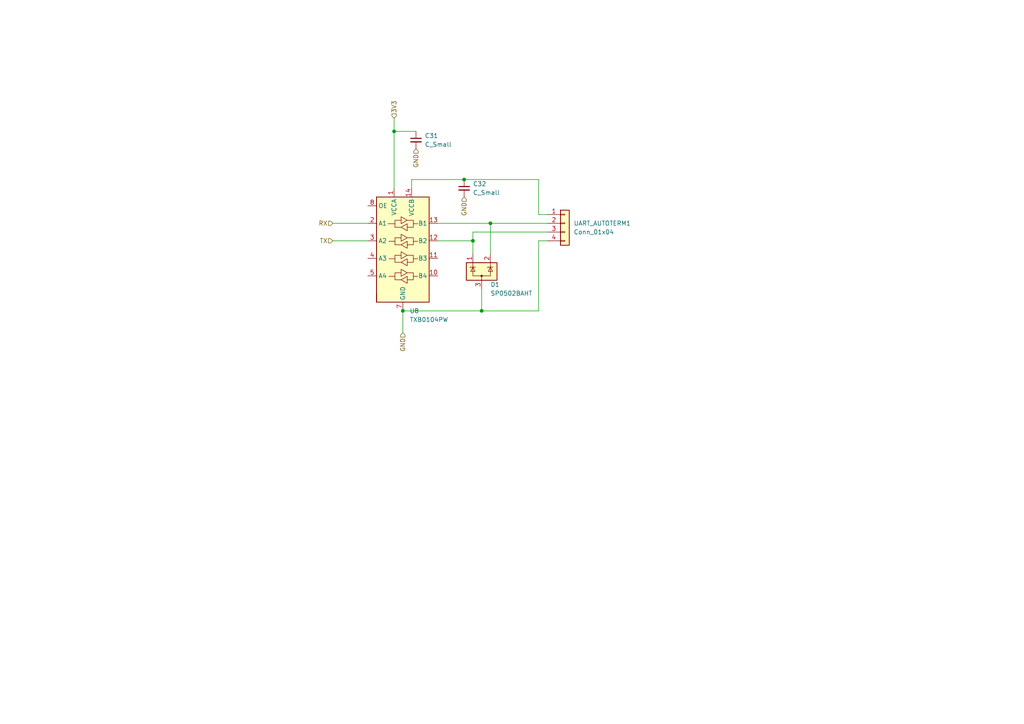
<source format=kicad_sch>
(kicad_sch (version 20230121) (generator eeschema)
  (paper "A4")
  (lib_symbols
    (symbol "Connector_Generic:Conn_01x04" (pin_names (offset 1.016) hide)
      (property "Reference" "J" (at 0 5.08 0))
      (property "Value" "Conn_01x04" (at 0 -7.62 0))
      (symbol "Conn_01x04_1_1"
        (rectangle (start -1.27 -4.953) (end 0 -5.207) (stroke (width 0.1524)))
        (rectangle (start -1.27 -2.413) (end 0 -2.667) (stroke (width 0.1524)))
        (rectangle (start -1.27 0.127) (end 0 -0.127) (stroke (width 0.1524)))
        (rectangle (start -1.27 2.667) (end 0 2.413) (stroke (width 0.1524)))
        (rectangle (start -1.27 3.81) (end 1.27 -6.35) (stroke (width 0.254)) (fill (type background)))
        (pin passive line (at -5.08 2.54 0) (length 3.81) (name "Pin_1") (number "1"))
        (pin passive line (at -5.08 0 0) (length 3.81) (name "Pin_2") (number "2"))
        (pin passive line (at -5.08 -2.54 0) (length 3.81) (name "Pin_3") (number "3"))
        (pin passive line (at -5.08 -5.08 0) (length 3.81) (name "Pin_4") (number "4"))
      )
    )
    (symbol "Device:C_Small" (pin_numbers hide) (pin_names (offset 0.254) hide)
      (property "Reference" "C" (at 0.254 1.778 0))
      (property "Value" "C_Small" (at 0.254 -2.032 0))
      (symbol "C_Small_0_1"
        (polyline (pts (xy -1.524 -0.508) (xy 1.524 -0.508)) (stroke (width 0.3302)))
        (polyline (pts (xy -1.524 0.508) (xy 1.524 0.508)) (stroke (width 0.3048)))
      )
      (symbol "C_Small_1_1"
        (pin passive line (at 0 2.54 270) (length 2.032) (name "~") (number "1"))
        (pin passive line (at 0 -2.54 90) (length 2.032) (name "~") (number "2"))
      )
    )
    (symbol "Logic_LevelTranslator:TXB0104PW"
      (property "Reference" "U" (at -6.35 16.51 0))
      (property "Value" "TXB0104PW" (at 3.81 16.51 0))
      (symbol "TXB0104PW_0_1"
        (rectangle (start -7.62 -15.24) (end -7.62 -12.7) (stroke (width 0.254)))
        (rectangle (start -7.62 15.24) (end 7.62 -15.24) (stroke (width 0.254)) (fill (type background)))
        (polyline (pts (xy -2.286 -7.747) (xy -2.286 -6.731) (xy -0.508 -6.731)))
        (polyline (pts (xy -2.286 -2.667) (xy -2.286 -1.651) (xy -0.508 -1.651)))
        (polyline (pts (xy -2.286 2.413) (xy -2.286 3.429) (xy -0.508 3.429)))
        (polyline (pts (xy -2.286 7.493) (xy -2.286 8.509) (xy -0.508 8.509)))
        (polyline (pts (xy 3.048 -7.747) (xy 3.048 -8.763) (xy 1.27 -8.763)))
        (polyline (pts (xy 3.048 -2.667) (xy 3.048 -3.683) (xy 1.27 -3.683)))
        (polyline (pts (xy 3.048 2.413) (xy 3.048 1.397) (xy 1.27 1.397)))
        (polyline (pts (xy 3.048 7.493) (xy 3.048 6.477) (xy 1.27 6.477)))
        (polyline (pts (xy -0.508 -8.763) (xy -2.286 -8.763) (xy -2.286 -7.747) (xy -4.064 -7.747)))
        (polyline (pts (xy -0.508 -8.763) (xy 1.27 -7.747) (xy 1.27 -9.779) (xy -0.508 -8.763)))
        (polyline (pts (xy -0.508 -3.683) (xy -2.286 -3.683) (xy -2.286 -2.667) (xy -4.064 -2.667)))
        (polyline (pts (xy -0.508 -3.683) (xy 1.27 -2.667) (xy 1.27 -4.699) (xy -0.508 -3.683)))
        (polyline (pts (xy -0.508 1.397) (xy -2.286 1.397) (xy -2.286 2.413) (xy -4.064 2.413)))
        (polyline (pts (xy -0.508 1.397) (xy 1.27 2.413) (xy 1.27 0.381) (xy -0.508 1.397)))
        (polyline (pts (xy -0.508 6.477) (xy -2.286 6.477) (xy -2.286 7.493) (xy -4.318 7.493)))
        (polyline (pts (xy -0.508 6.477) (xy 1.27 7.493) (xy 1.27 5.461) (xy -0.508 6.477)))
        (polyline (pts (xy 1.27 -6.731) (xy -0.508 -7.747) (xy -0.508 -5.715) (xy 1.27 -6.731)))
        (polyline (pts (xy 1.27 -6.731) (xy 3.048 -6.731) (xy 3.048 -7.747) (xy 4.318 -7.747)))
        (polyline (pts (xy 1.27 -1.651) (xy -0.508 -2.667) (xy -0.508 -0.635) (xy 1.27 -1.651)))
        (polyline (pts (xy 1.27 -1.651) (xy 3.048 -1.651) (xy 3.048 -2.667) (xy 4.318 -2.667)))
        (polyline (pts (xy 1.27 3.429) (xy -0.508 2.413) (xy -0.508 4.445) (xy 1.27 3.429)))
        (polyline (pts (xy 1.27 3.429) (xy 3.048 3.429) (xy 3.048 2.413) (xy 4.318 2.413)))
        (polyline (pts (xy 1.27 8.509) (xy -0.508 7.493) (xy -0.508 9.525) (xy 1.27 8.509)))
        (polyline (pts (xy 1.27 8.509) (xy 3.048 8.509) (xy 3.048 7.493) (xy 4.318 7.493)))
      )
      (symbol "TXB0104PW_1_1"
        (pin power_in line (at -2.54 17.78 270) (length 2.54) (name "VCCA") (number "1"))
        (pin bidirectional line (at 10.16 -7.62 180) (length 2.54) (name "B4") (number "10"))
        (pin bidirectional line (at 10.16 -2.54 180) (length 2.54) (name "B3") (number "11"))
        (pin bidirectional line (at 10.16 2.54 180) (length 2.54) (name "B2") (number "12"))
        (pin bidirectional line (at 10.16 7.62 180) (length 2.54) (name "B1") (number "13"))
        (pin power_in line (at 2.54 17.78 270) (length 2.54) (name "VCCB") (number "14"))
        (pin bidirectional line (at -10.16 7.62 0) (length 2.54) (name "A1") (number "2"))
        (pin bidirectional line (at -10.16 2.54 0) (length 2.54) (name "A2") (number "3"))
        (pin bidirectional line (at -10.16 -2.54 0) (length 2.54) (name "A3") (number "4"))
        (pin bidirectional line (at -10.16 -7.62 0) (length 2.54) (name "A4") (number "5"))
        (pin no_connect line (at -7.62 -12.7 0) (length 2.54) hide (name "NC") (number "6"))
        (pin power_in line (at 0 -17.78 90) (length 2.54) (name "GND") (number "7"))
        (pin input line (at -10.16 12.7 0) (length 2.54) (name "OE") (number "8"))
        (pin no_connect line (at 7.62 -12.7 180) (length 2.54) hide (name "NC") (number "9"))
      )
    )
    (symbol "Power_Protection:SP0502BAHT" (pin_names hide)
      (property "Reference" "D" (at 5.715 2.54 0))
      (property "Value" "SP0502BAHT" (at 5.715 0.635 0))
      (symbol "SP0502BAHT_0_0"
        (pin passive line (at 0 -5.08 90) (length 2.54) (name "A") (number "3"))
      )
      (symbol "SP0502BAHT_0_1"
        (rectangle (start -4.445 2.54) (end 4.445 -2.54) (stroke (width 0.254)) (fill (type background)))
        (circle (center 0 -1.27) (radius 0.254) (fill (type outline)))
        (polyline (pts (xy -2.54 2.54) (xy -2.54 1.27)))
        (polyline (pts (xy 0 -1.27) (xy 0 -2.54)))
        (polyline (pts (xy 2.54 2.54) (xy 2.54 1.27)))
        (polyline (pts (xy -3.302 1.016) (xy -3.302 1.27) (xy -1.905 1.27) (xy -1.778 1.27)))
        (polyline (pts (xy -2.54 1.27) (xy -2.54 -1.27) (xy 2.54 -1.27) (xy 2.54 1.27)))
        (polyline (pts (xy -2.54 1.27) (xy -1.905 0) (xy -3.175 0) (xy -2.54 1.27)))
        (polyline (pts (xy 1.778 1.016) (xy 1.778 1.27) (xy 3.175 1.27) (xy 3.302 1.27)))
        (polyline (pts (xy 2.54 1.27) (xy 1.905 0) (xy 3.175 0) (xy 2.54 1.27)))
      )
      (symbol "SP0502BAHT_1_1"
        (pin passive line (at -2.54 5.08 270) (length 2.54) (name "K") (number "1"))
        (pin passive line (at 2.54 5.08 270) (length 2.54) (name "K") (number "2"))
      )
    )
  )
  (junction (at 139.7 90.17))
  (junction (at 142.24 64.77))
  (junction (at 116.84 90.17))
  (junction (at 134.62 52.07))
  (junction (at 114.3 38.1))
  (junction (at 137.16 69.85))
  (wire (pts (xy 127 69.85) (xy 137.16 69.85)))
  (wire (pts (xy 137.16 73.66) (xy 137.16 69.85)))
  (wire (pts (xy 114.3 38.1) (xy 114.3 54.61)))
  (wire (pts (xy 96.52 64.77) (xy 106.68 64.77)))
  (wire (pts (xy 156.21 69.85) (xy 158.75 69.85)))
  (wire (pts (xy 116.84 90.17) (xy 116.84 96.52)))
  (wire (pts (xy 114.3 38.1) (xy 120.65 38.1)))
  (wire (pts (xy 142.24 64.77) (xy 158.75 64.77)))
  (wire (pts (xy 134.62 52.07) (xy 156.21 52.07)))
  (wire (pts (xy 137.16 67.31) (xy 137.16 69.85)))
  (wire (pts (xy 156.21 62.23) (xy 156.21 52.07)))
  (wire (pts (xy 156.21 90.17) (xy 156.21 69.85)))
  (wire (pts (xy 119.38 52.07) (xy 134.62 52.07)))
  (wire (pts (xy 139.7 90.17) (xy 156.21 90.17)))
  (wire (pts (xy 119.38 52.07) (xy 119.38 54.61)))
  (wire (pts (xy 142.24 64.77) (xy 142.24 73.66)))
  (wire (pts (xy 127 64.77) (xy 142.24 64.77)))
  (wire (pts (xy 96.52 69.85) (xy 106.68 69.85)))
  (wire (pts (xy 158.75 67.31) (xy 137.16 67.31)))
  (wire (pts (xy 139.7 83.82) (xy 139.7 90.17)))
  (wire (pts (xy 114.3 34.29) (xy 114.3 38.1)))
  (wire (pts (xy 116.84 90.17) (xy 139.7 90.17)))
  (wire (pts (xy 158.75 62.23) (xy 156.21 62.23)))
  (hierarchical_label "RX" (shape input) (at 96.52 64.77 180))
  (hierarchical_label "TX" (shape input) (at 96.52 69.85 180))
  (hierarchical_label "3V3" (shape input) (at 114.3 34.29 90))
  (hierarchical_label "GND" (shape input) (at 116.84 96.52 270))
  (hierarchical_label "GND" (shape input) (at 134.62 57.15 270))
  (hierarchical_label "GND" (shape input) (at 120.65 43.18 270))
  (symbol (lib_id "Device:C_Small") (at 120.65 40.64 0) (unit 1)
    (property "Reference" "C31" (at 123.19 39.3763 0) (effects (justify left)))
    (property "Value" "C_Small" (at 123.19 41.9163 0) (effects (justify left)))
  )
  (symbol (lib_id "Power_Protection:SP0502BAHT") (at 139.7 78.74 0) (unit 1)
    (property "Reference" "D1" (at 142.24 82.55 0) (effects (justify left)))
    (property "Value" "SP0502BAHT" (at 142.24 85.09 0) (effects (justify left)))
    (property "Footprint" "Package_TO_SOT_SMD:SOT-23" (effects hide))
    (property "Datasheet" "http://www.littelfuse.com/~/media/files/littelfuse/technical%20resources/documents/data%20sheets/sp05xxba.pdf" (effects hide))
    (instances (project "rollo control" (path "" (reference "D1") (unit 1)) (path "" (reference "D5") (unit 1)) (path "" (reference "D11") (unit 1))))
  )
  (symbol (lib_id "Connector_Generic:Conn_01x04") (at 163.83 64.77 0) (unit 1)
    (property "Reference" "UART_AUTOTERM1" (at 166.37 64.77 0) (effects (justify left)))
    (property "Value" "Conn_01x04" (at 166.37 67.31 0) (effects (justify left)))
  )
  (symbol (lib_id "Logic_LevelTranslator:TXB0104PW") (at 116.84 72.39 0) (unit 1)
    (property "Reference" "U8" (at 118.7959 90.17 0) (effects (justify left)))
    (property "Value" "TXB0104PW" (at 118.7959 92.71 0) (effects (justify left)))
    (property "Footprint" "Package_SO:TSSOP-14_4.4x5mm_P0.65mm" (effects hide))
    (property "Datasheet" "http://www.ti.com/lit/ds/symlink/txb0104.pdf" (effects hide))
  )
  (symbol (lib_id "Device:C_Small") (at 134.62 54.61 0) (unit 1)
    (property "Reference" "C32" (at 137.16 53.3463 0) (effects (justify left)))
    (property "Value" "C_Small" (at 137.16 55.8863 0) (effects (justify left)))
  )
)
</source>
